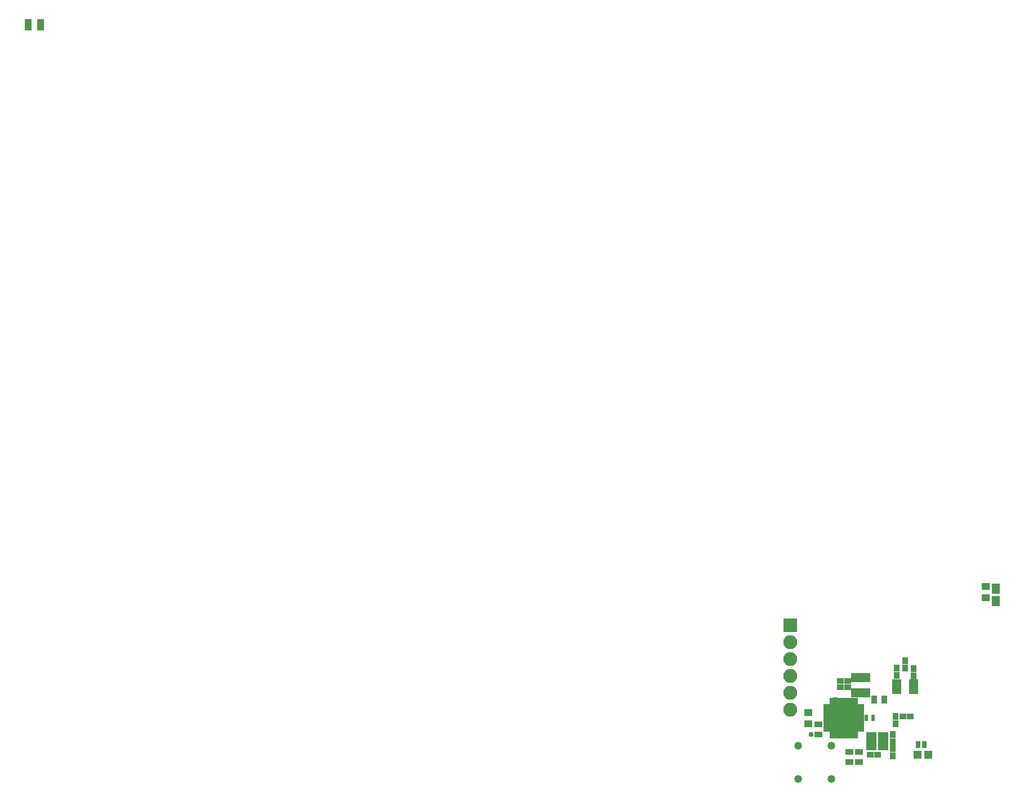
<source format=gbr>
G04 #@! TF.FileFunction,Soldermask,Top*
%FSLAX46Y46*%
G04 Gerber Fmt 4.6, Leading zero omitted, Abs format (unit mm)*
G04 Created by KiCad (PCBNEW 4.0.5) date 05/07/17 14:10:49*
%MOMM*%
%LPD*%
G01*
G04 APERTURE LIST*
%ADD10C,0.100000*%
%ADD11R,1.225500X0.654000*%
%ADD12R,0.654000X1.225500*%
%ADD13R,0.654000X1.670000*%
%ADD14R,2.125000X2.125000*%
%ADD15R,1.550000X1.400000*%
%ADD16R,0.900000X1.000000*%
%ADD17R,1.000000X0.900000*%
%ADD18C,1.187400*%
%ADD19R,1.400000X2.200000*%
%ADD20R,0.533400X0.533400*%
%ADD21R,2.100000X2.100000*%
%ADD22O,2.100000X2.100000*%
%ADD23R,1.150000X1.600000*%
%ADD24R,1.300000X0.900000*%
%ADD25R,1.200000X1.200000*%
%ADD26R,1.200000X1.000000*%
%ADD27R,2.940000X1.421080*%
%ADD28R,0.900000X1.300000*%
%ADD29R,0.800000X1.000000*%
%ADD30C,0.781000*%
%ADD31R,1.100000X1.700000*%
G04 APERTURE END LIST*
D10*
D11*
X9855200Y15466000D03*
X9855200Y14966000D03*
X9855200Y14466000D03*
X9855200Y13966000D03*
X9855200Y13466000D03*
X9855200Y12966000D03*
X9855200Y12466000D03*
X9855200Y11966000D03*
D12*
X10569000Y11252200D03*
X11069000Y11252200D03*
X11569000Y11252200D03*
X12069000Y11252200D03*
X12569000Y11252200D03*
X13069000Y11252200D03*
X13569000Y11252200D03*
X14069000Y11252200D03*
D11*
X14782800Y11966000D03*
X14782800Y12466000D03*
X14782800Y12966000D03*
X14782800Y13466000D03*
X14782800Y13966000D03*
X14782800Y14466000D03*
X14782800Y14966000D03*
X14782800Y15466000D03*
D12*
X14069000Y16179800D03*
X13569000Y16179800D03*
X13069000Y16179800D03*
X12569000Y16179800D03*
X12069000Y16179800D03*
X11569000Y16179800D03*
D13*
X11049000Y15951200D03*
D12*
X10569000Y16179800D03*
D14*
X13181500Y12853500D03*
X13181500Y14578500D03*
X11456500Y12853500D03*
X11456500Y14578500D03*
D15*
X16498600Y9510800D03*
X18248600Y9510800D03*
X18248600Y10910800D03*
X16498600Y10910800D03*
D16*
X20256500Y21187500D03*
X20256500Y20087500D03*
X19659600Y10118000D03*
X19659600Y11218000D03*
D17*
X17415600Y8178800D03*
X16315600Y8178800D03*
D16*
X21526500Y21230500D03*
X21526500Y22330500D03*
X19659600Y9084400D03*
X19659600Y7984400D03*
D18*
X5448300Y4533900D03*
X5448300Y9537700D03*
X10452100Y9537700D03*
X10452100Y4533900D03*
D19*
X20289200Y18389600D03*
X22789200Y18389600D03*
D20*
X15697200Y13957300D03*
X15697200Y13474700D03*
X16713200Y13957300D03*
X16713200Y13474700D03*
D21*
X4267200Y27635200D03*
D22*
X4267200Y25095200D03*
X4267200Y22555200D03*
X4267200Y20015200D03*
X4267200Y17475200D03*
X4267200Y14935200D03*
D17*
X12894400Y18338800D03*
X11794400Y18338800D03*
X11794400Y19304000D03*
X12894400Y19304000D03*
D16*
X22809200Y21174800D03*
X22809200Y20074800D03*
D23*
X35204400Y31282600D03*
X35204400Y33182600D03*
D24*
X14630400Y8573200D03*
X14630400Y7073200D03*
D16*
X20091400Y13961200D03*
X20091400Y12861200D03*
D17*
X22279700Y13970000D03*
X21179700Y13970000D03*
D25*
X24980800Y8178800D03*
X23380800Y8178800D03*
D26*
X33655000Y31789000D03*
X33655000Y33489000D03*
X6959600Y12815200D03*
X6959600Y14515200D03*
D27*
X14884400Y19789140D03*
X14884400Y17498060D03*
D24*
X13157200Y8573200D03*
X13157200Y7073200D03*
D28*
X16877600Y16459200D03*
X18377600Y16459200D03*
D29*
X23527600Y9702800D03*
X24427600Y9702800D03*
D24*
X8483600Y12738800D03*
X8483600Y11238800D03*
D30*
X7366000Y11226800D03*
D31*
X-110297000Y117983000D03*
X-108397000Y117983000D03*
M02*

</source>
